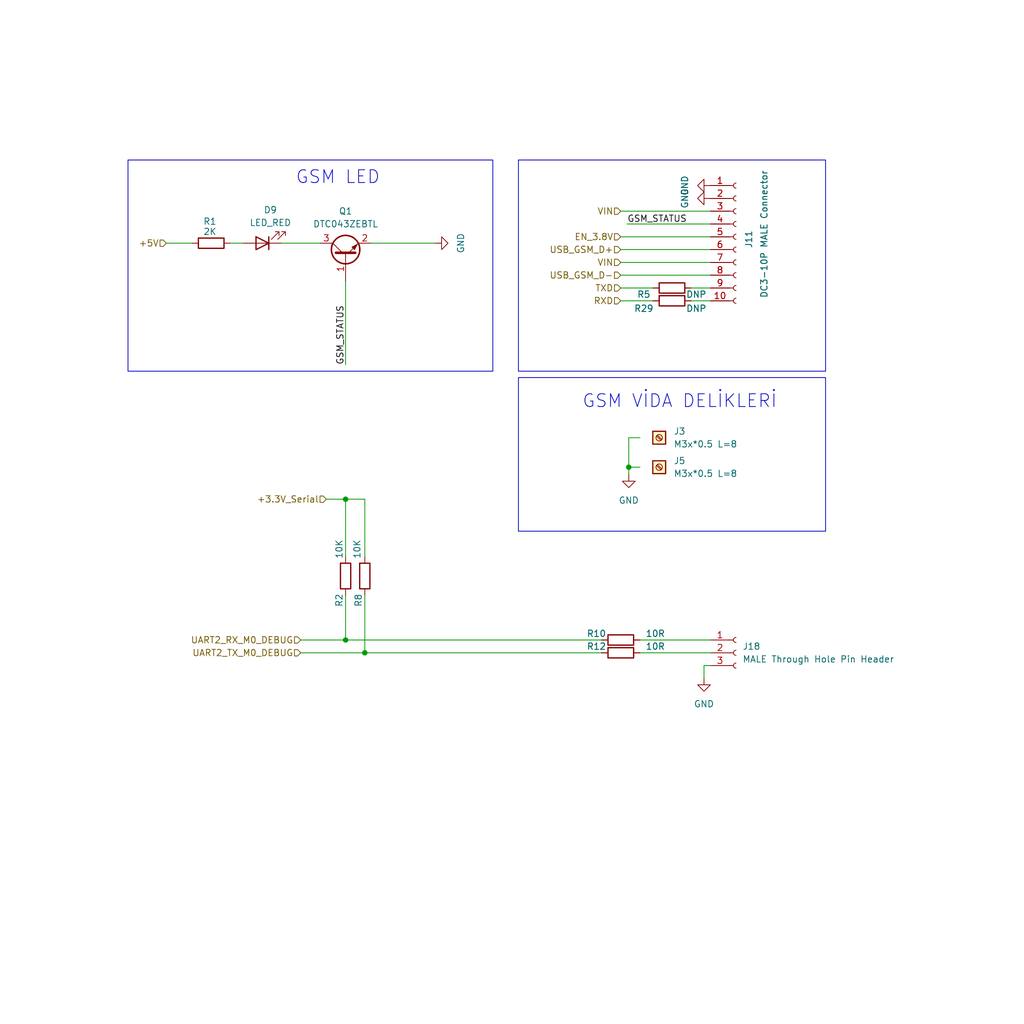
<source format=kicad_sch>
(kicad_sch (version 20231120) (generator "eeschema") (generator_version "8.0")
  (paper "User" 203.2 203.2)
  (lib_symbols
    (symbol "Connector:Conn_01x03_Socket" (pin_names (offset 1.016) hide)
      (property "Reference" "J" (at 0 5.08 0))
      (property "Value" "Conn_01x03_Socket" (at 0 -5.08 0))
      (symbol "Conn_01x03_Socket_1_1"
        (arc (start 0 -2.032) (mid -0.5058 -2.54) (end 0 -3.048) (stroke (width 0.1524)))
        (polyline (pts (xy -1.27 -2.54) (xy -0.508 -2.54)) (stroke (width 0.1524)))
        (polyline (pts (xy -1.27 0) (xy -0.508 0)) (stroke (width 0.1524)))
        (polyline (pts (xy -1.27 2.54) (xy -0.508 2.54)) (stroke (width 0.1524)))
        (arc (start 0 0.508) (mid -0.5058 0) (end 0 -0.508) (stroke (width 0.1524)))
        (arc (start 0 3.048) (mid -0.5058 2.54) (end 0 2.032) (stroke (width 0.1524)))
        (pin passive line (at -5.08 2.54 0) (length 3.81) (name "Pin_1") (number "1"))
        (pin passive line (at -5.08 0 0) (length 3.81) (name "Pin_2") (number "2"))
        (pin passive line (at -5.08 -2.54 0) (length 3.81) (name "Pin_3") (number "3"))
      )
    )
    (symbol "Connector:Conn_01x10_Socket" (pin_names (offset 1.016) hide)
      (property "Reference" "J" (at 0 12.7 0))
      (property "Value" "Conn_01x10_Socket" (at 0 -15.24 0))
      (symbol "Conn_01x10_Socket_1_1"
        (arc (start 0 -12.192) (mid -0.5058 -12.7) (end 0 -13.208) (stroke (width 0.1524)))
        (arc (start 0 -9.652) (mid -0.5058 -10.16) (end 0 -10.668) (stroke (width 0.1524)))
        (arc (start 0 -7.112) (mid -0.5058 -7.62) (end 0 -8.128) (stroke (width 0.1524)))
        (arc (start 0 -4.572) (mid -0.5058 -5.08) (end 0 -5.588) (stroke (width 0.1524)))
        (arc (start 0 -2.032) (mid -0.5058 -2.54) (end 0 -3.048) (stroke (width 0.1524)))
        (polyline (pts (xy -1.27 -12.7) (xy -0.508 -12.7)) (stroke (width 0.1524)))
        (polyline (pts (xy -1.27 -10.16) (xy -0.508 -10.16)) (stroke (width 0.1524)))
        (polyline (pts (xy -1.27 -7.62) (xy -0.508 -7.62)) (stroke (width 0.1524)))
        (polyline (pts (xy -1.27 -5.08) (xy -0.508 -5.08)) (stroke (width 0.1524)))
        (polyline (pts (xy -1.27 -2.54) (xy -0.508 -2.54)) (stroke (width 0.1524)))
        (polyline (pts (xy -1.27 0) (xy -0.508 0)) (stroke (width 0.1524)))
        (polyline (pts (xy -1.27 2.54) (xy -0.508 2.54)) (stroke (width 0.1524)))
        (polyline (pts (xy -1.27 5.08) (xy -0.508 5.08)) (stroke (width 0.1524)))
        (polyline (pts (xy -1.27 7.62) (xy -0.508 7.62)) (stroke (width 0.1524)))
        (polyline (pts (xy -1.27 10.16) (xy -0.508 10.16)) (stroke (width 0.1524)))
        (arc (start 0 0.508) (mid -0.5058 0) (end 0 -0.508) (stroke (width 0.1524)))
        (arc (start 0 3.048) (mid -0.5058 2.54) (end 0 2.032) (stroke (width 0.1524)))
        (arc (start 0 5.588) (mid -0.5058 5.08) (end 0 4.572) (stroke (width 0.1524)))
        (arc (start 0 8.128) (mid -0.5058 7.62) (end 0 7.112) (stroke (width 0.1524)))
        (arc (start 0 10.668) (mid -0.5058 10.16) (end 0 9.652) (stroke (width 0.1524)))
        (pin passive line (at -5.08 10.16 0) (length 3.81) (name "Pin_1") (number "1"))
        (pin passive line (at -5.08 -12.7 0) (length 3.81) (name "Pin_10") (number "10"))
        (pin passive line (at -5.08 7.62 0) (length 3.81) (name "Pin_2") (number "2"))
        (pin passive line (at -5.08 5.08 0) (length 3.81) (name "Pin_3") (number "3"))
        (pin passive line (at -5.08 2.54 0) (length 3.81) (name "Pin_4") (number "4"))
        (pin passive line (at -5.08 0 0) (length 3.81) (name "Pin_5") (number "5"))
        (pin passive line (at -5.08 -2.54 0) (length 3.81) (name "Pin_6") (number "6"))
        (pin passive line (at -5.08 -5.08 0) (length 3.81) (name "Pin_7") (number "7"))
        (pin passive line (at -5.08 -7.62 0) (length 3.81) (name "Pin_8") (number "8"))
        (pin passive line (at -5.08 -10.16 0) (length 3.81) (name "Pin_9") (number "9"))
      )
    )
    (symbol "Connector:Screw_Terminal_01x01" (pin_names (offset 1.016) hide)
      (property "Reference" "J15" (at 2.54 1.27 0))
      (property "Value" "DNP" (at 2.54 -1.27 0))
      (symbol "Screw_Terminal_01x01_1_1"
        (rectangle (start -1.27 1.27) (end 1.27 -1.27) (stroke (width 0.254)) (fill (type background)))
        (polyline (pts (xy -0.5334 0.3302) (xy 0.3302 -0.508)) (stroke (width 0.1524)))
        (polyline (pts (xy -0.3556 0.508) (xy 0.508 -0.3302)) (stroke (width 0.1524)))
        (circle (center 0 0) (radius 0.635) (stroke (width 0.1524)))
      )
    )
    (symbol "Device:LED" (pin_numbers hide) (pin_names (offset 1.016) hide)
      (property "Reference" "D" (at 0 2.54 0))
      (property "Value" "LED" (at 0 -2.54 0))
      (symbol "LED_0_1"
        (polyline (pts (xy -1.27 -1.27) (xy -1.27 1.27)) (stroke (width 0.254)))
        (polyline (pts (xy -1.27 0) (xy 1.27 0)))
        (polyline (pts (xy 1.27 -1.27) (xy 1.27 1.27) (xy -1.27 0) (xy 1.27 -1.27)) (stroke (width 0.254)))
        (polyline (pts (xy -3.048 -0.762) (xy -4.572 -2.286) (xy -3.81 -2.286) (xy -4.572 -2.286) (xy -4.572 -1.524)))
        (polyline (pts (xy -1.778 -0.762) (xy -3.302 -2.286) (xy -2.54 -2.286) (xy -3.302 -2.286) (xy -3.302 -1.524)))
      )
      (symbol "LED_1_1"
        (pin passive line (at -3.81 0 0) (length 2.54) (name "K") (number "1"))
        (pin passive line (at 3.81 0 180) (length 2.54) (name "A") (number "2"))
      )
    )
    (symbol "Device:R" (pin_numbers hide) (pin_names (offset 0))
      (property "Reference" "R" (at 2.032 0 90))
      (property "Value" "R" (at 0 0 90))
      (symbol "R_0_1"
        (rectangle (start -1.016 -2.54) (end 1.016 2.54) (stroke (width 0.254)))
      )
      (symbol "R_1_1"
        (pin passive line (at 0 3.81 270) (length 1.27) (name "~") (number "1"))
        (pin passive line (at 0 -3.81 90) (length 1.27) (name "~") (number "2"))
      )
    )
    (symbol "Screw_Terminal_01x01_1" (pin_names (offset 1.016) hide)
      (property "Reference" "J8" (at 2.54 1.2701 0))
      (property "Value" "M3x*0.5 L=8" (at 2.54 -1.2699 0))
      (symbol "Screw_Terminal_01x01_1_1_1"
        (rectangle (start -1.27 1.27) (end 1.27 -1.27) (stroke (width 0.254)) (fill (type background)))
        (polyline (pts (xy -0.5334 0.3302) (xy 0.3302 -0.508)) (stroke (width 0.1524)))
        (polyline (pts (xy -0.3556 0.508) (xy 0.508 -0.3302)) (stroke (width 0.1524)))
        (circle (center 0 0) (radius 0.635) (stroke (width 0.1524)))
      )
    )
    (symbol "Transistor_BJT:2SC1945" (pin_names (offset 0) hide)
      (property "Reference" "Q" (at 5.08 1.905 0))
      (property "Value" "2SC1945" (at 5.08 0 0))
      (symbol "2SC1945_0_1"
        (polyline (pts (xy 0 0) (xy 0.635 0)))
        (polyline (pts (xy 2.54 2.54) (xy 0.635 0.635)))
        (polyline (pts (xy 0.635 1.905) (xy 0.635 -1.905) (xy 0.635 -1.905)) (stroke (width 0.508)))
        (polyline (pts (xy 2.286 -2.286) (xy 1.778 -1.778) (xy 1.778 -1.778)))
        (polyline (pts (xy 2.54 -2.54) (xy 0.635 -0.635) (xy 1.27 -1.27)) (fill (type outline)))
        (polyline (pts (xy 1.27 -1.778) (xy 1.778 -1.27) (xy 2.286 -2.286) (xy 1.27 -1.778) (xy 1.27 -1.778)) (fill (type outline)))
        (circle (center 1.27 0) (radius 2.8194) (stroke (width 0.3048)))
      )
      (symbol "2SC1945_1_1"
        (pin input line (at -5.08 0 0) (length 5.08) (name "B") (number "1"))
        (pin passive line (at 2.54 -5.08 90) (length 2.54) (name "E") (number "2"))
        (pin passive line (at 2.54 5.08 270) (length 2.54) (name "C") (number "3"))
      )
    )
    (symbol "power:GND" (power) (pin_names (offset 0))
      (property "Value" "GND" (at 0 -3.81 0))
      (symbol "GND_0_1"
        (polyline (pts (xy 0 0) (xy 0 -1.27) (xy 1.27 -1.27) (xy 0 -2.54) (xy -1.27 -1.27) (xy 0 -1.27)))
      )
      (symbol "GND_1_1"
        (pin power_in line (at 0 0 270) (length 0) hide (name "GND") (number "1"))
      )
    )
  )
  (junction (at 68.58 127))
  (junction (at 72.39 129.54))
  (junction (at 68.58 99.06))
  (junction (at 124.7715 92.71))
  (wire (pts (xy 137.16 59.69) (xy 140.97 59.69)))
  (wire (pts (xy 68.58 127) (xy 119.38 127)))
  (wire (pts (xy 55.88 48.26) (xy 63.5 48.26)))
  (wire (pts (xy 72.39 110.49) (xy 72.39 99.06)))
  (wire (pts (xy 45.72 48.26) (xy 48.26 48.26)))
  (wire (pts (xy 124.46 44.45) (xy 140.97 44.45)))
  (wire (pts (xy 68.58 118.11) (xy 68.58 127)))
  (wire (pts (xy 124.7715 92.71) (xy 127 92.71)))
  (wire (pts (xy 33.02 48.26) (xy 38.1 48.26)))
  (wire (pts (xy 123.19 49.53) (xy 140.97 49.53)))
  (wire (pts (xy 72.39 99.06) (xy 68.58 99.06)))
  (wire (pts (xy 64.77 99.06) (xy 68.58 99.06)))
  (wire (pts (xy 68.58 99.06) (xy 68.58 110.49)))
  (wire (pts (xy 123.19 54.61) (xy 140.97 54.61)))
  (wire (pts (xy 59.69 127) (xy 68.58 127)))
  (wire (pts (xy 73.66 48.26) (xy 86.36 48.26)))
  (wire (pts (xy 123.19 57.15) (xy 129.54 57.15)))
  (wire (pts (xy 139.7 132.08) (xy 139.7 134.62)))
  (wire (pts (xy 68.58 72.39) (xy 68.58 55.88)))
  (wire (pts (xy 140.97 132.08) (xy 139.7 132.08)))
  (wire (pts (xy 72.39 118.11) (xy 72.39 129.54)))
  (wire (pts (xy 124.7715 86.8598) (xy 127 86.8598)))
  (wire (pts (xy 127 129.54) (xy 140.97 129.54)))
  (wire (pts (xy 127 127) (xy 140.97 127)))
  (wire (pts (xy 124.7715 92.71) (xy 124.7715 86.8598)))
  (wire (pts (xy 137.16 57.15) (xy 140.97 57.15)))
  (wire (pts (xy 123.19 52.07) (xy 140.97 52.07)))
  (wire (pts (xy 59.69 129.54) (xy 72.39 129.54)))
  (wire (pts (xy 123.19 46.99) (xy 140.97 46.99)))
  (wire (pts (xy 72.39 129.54) (xy 119.38 129.54)))
  (wire (pts (xy 124.7715 94.213) (xy 124.7715 92.71)))
  (wire (pts (xy 123.19 59.69) (xy 129.54 59.69)))
  (wire (pts (xy 123.19 41.91) (xy 140.97 41.91)))
  (rectangle (start 102.87 74.93) (end 163.83 105.41))
  (rectangle (start 25.4 31.75) (end 97.79 73.66))
  (rectangle (start 102.87 31.75) (end 163.83 73.66))
  (text "GSM VİDA DELİKLERİ\n" (at 134.874 79.756 0) (effects (font (size 2.54 2.54))))
  (text "GSM LED" (at 67.056 35.306 0) (effects (font (size 2.54 2.54))))
  (label "GSM_STATUS" (at 124.46 44.45 0))
  (label "GSM_STATUS" (at 68.58 72.39 90))
  (hierarchical_label "RXD" (shape input) (at 123.19 59.69 180))
  (hierarchical_label "+3.3V_Serial" (shape input) (at 64.77 99.06 180))
  (hierarchical_label "VIN" (shape input) (at 123.19 41.91 180))
  (hierarchical_label "EN_3.8V" (shape input) (at 123.19 46.99 180))
  (hierarchical_label "TXD" (shape input) (at 123.19 57.15 180))
  (hierarchical_label "USB_GSM_D+" (shape input) (at 123.19 49.53 180))
  (hierarchical_label "USB_GSM_D-" (shape input) (at 123.19 54.61 180))
  (hierarchical_label "UART2_RX_M0_DEBUG" (shape input) (at 59.69 127 180))
  (hierarchical_label "VIN" (shape input) (at 123.19 52.07 180))
  (hierarchical_label "UART2_TX_M0_DEBUG" (shape input) (at 59.69 129.54 180))
  (hierarchical_label "+5V" (shape input) (at 33.02 48.26 180))
  (symbol (lib_id "power:GND") (at 86.36 48.26 90) (unit 1)
    (property "Reference" "#PWR025" (effects (hide yes)))
    (property "Value" "GND" (at 91.44 48.26 0))
  )
  (symbol (lib_id "Connector:Conn_01x10_Socket") (at 146.05 46.99 0) (unit 1)
    (property "Reference" "J11" (at 148.59 49.276 90) (effects (justify left)))
    (property "Value" "DC3-10P MALE Connector" (at 151.638 59.182 90) (effects (justify left)))
    (property "Footprint" "Footprint Library:GSM connector" (effects (hide yes)))
    (property "Description" "Generic connector, single row, 01x10, script generated" (effects (hide yes)))
    (property "MPN" "DC3-10P MALE Connector" (effects (hide yes)))
  )
  (symbol (lib_id "Connector:Conn_01x03_Socket") (at 146.05 129.54 0) (unit 1)
    (property "Reference" "J18" (at 147.32 128.2699 0) (effects (justify left)))
    (property "Value" "MALE Through Hole Pin Header " (at 147.32 130.8099 0) (effects (justify left)))
    (property "Footprint" "Connector_PinHeader_2.00mm:PinHeader_1x03_P2.00mm_Vertical" (effects (hide yes)))
    (property "Description" "Generic connector, single row, 01x03, script generated" (effects (hide yes)))
    (property "MPN" "2.0mm 1*3p" (effects (hide yes)))
  )
  (symbol (lib_id "Device:R") (at 133.35 59.69 270) (unit 1)
    (property "Reference" "R29" (at 127.762 61.214 90))
    (property "Value" "DNP" (at 138.176 61.214 90))
    (property "Footprint" "Resistor_SMD:R_0603_1608Metric" (effects (hide yes)))
  )
  (symbol (lib_name "Screw_Terminal_01x01_1") (lib_id "Connector:Screw_Terminal_01x01") (at 130.81 92.71 0) (unit 1)
    (property "Reference" "J5" (at 133.6615 91.4399 0) (effects (justify left)))
    (property "Value" "M3x*0.5 L=8" (at 133.6615 93.9799 0) (effects (justify left)))
    (property "Footprint" "Footprint Library:Screw Terminal Shinbo" (effects (hide yes)))
    (property "Description" "Board mounting elevator    M3 hole size, 4 pins PCB-64-M3" (effects (hide yes)))
    (property "MPN" "SMTSO-M3-8ET" (effects (hide yes)))
  )
  (symbol (lib_id "Device:R") (at 123.19 127 270) (unit 1)
    (property "Reference" "R10" (at 118.364 125.73 90))
    (property "Value" "10R" (at 130.048 125.73 90))
    (property "Footprint" "Resistor_SMD:R_0402_1005Metric" (effects (hide yes)))
    (property "Description" "Resistor" (effects (hide yes)))
  )
  (symbol (lib_id "Device:R") (at 41.91 48.26 270) (unit 1)
    (property "Reference" "R1" (at 41.656 43.942 90))
    (property "Value" "2K" (at 41.656 45.974 90))
    (property "Footprint" "Resistor_SMD:R_0603_1608Metric" (effects (hide yes)))
  )
  (symbol (lib_id "Device:R") (at 68.58 114.3 0) (unit 1)
    (property "Reference" "R2" (at 67.31 119.126 90))
    (property "Value" "10K" (at 67.31 108.966 90))
    (property "Footprint" "Resistor_SMD:R_0402_1005Metric" (effects (hide yes)))
    (property "Description" "Resistor" (effects (hide yes)))
  )
  (symbol (lib_id "Transistor_BJT:2SC1945") (at 68.58 50.8 90) (unit 1)
    (property "Reference" "Q1" (at 68.58 41.91 90))
    (property "Value" "DTC043ZEBTL" (at 68.58 44.45 90))
    (property "Footprint" "Package_TO_SOT_SMD:SOT-416" (effects (hide yes)))
    (property "MPN" "DTC043ZEBTL" (effects (hide yes)))
  )
  (symbol (lib_id "Connector:Screw_Terminal_01x01") (at 130.81 86.8598 0) (unit 1)
    (property "Reference" "J3" (at 133.6615 85.5897 0) (effects (justify left)))
    (property "Value" "M3x*0.5 L=8" (at 133.6615 88.1297 0) (effects (justify left)))
    (property "Footprint" "Footprint Library:Screw Terminal Shinbo" (effects (hide yes)))
    (property "Description" "Board mounting elevator    M3 hole size, 4 pins PCB-64-M3" (effects (hide yes)))
    (property "MPN" "SMTSO-M3-8ET" (effects (hide yes)))
  )
  (symbol (lib_id "power:GND") (at 124.7715 94.213 0) (unit 1)
    (property "Reference" "#PWR041" (effects (hide yes)))
    (property "Value" "GND" (at 124.7715 99.293 0))
  )
  (symbol (lib_id "power:GND") (at 140.97 36.83 270) (unit 1)
    (property "Reference" "#PWR042" (effects (hide yes)))
    (property "Value" "GND" (at 135.89 36.83 0))
  )
  (symbol (lib_id "power:GND") (at 140.97 39.37 270) (unit 1)
    (property "Reference" "#PWR049" (effects (hide yes)))
    (property "Value" "GND" (at 135.89 39.37 0))
  )
  (symbol (lib_id "Device:R") (at 133.35 57.15 270) (unit 1)
    (property "Reference" "R5" (at 127.762 58.42 90))
    (property "Value" "DNP" (at 138.176 58.42 90))
    (property "Footprint" "Resistor_SMD:R_0603_1608Metric" (effects (hide yes)))
  )
  (symbol (lib_id "power:GND") (at 139.7 134.62 0) (unit 1)
    (property "Reference" "#PWR02" (effects (hide yes)))
    (property "Value" "GND" (at 139.7 139.7 0))
  )
  (symbol (lib_id "Device:R") (at 123.19 129.54 270) (unit 1)
    (property "Reference" "R12" (at 118.364 128.27 90))
    (property "Value" "10R" (at 130.048 128.27 90))
    (property "Footprint" "Resistor_SMD:R_0402_1005Metric" (effects (hide yes)))
    (property "Description" "Resistor" (effects (hide yes)))
  )
  (symbol (lib_id "Device:R") (at 72.39 114.3 0) (unit 1)
    (property "Reference" "R8" (at 71.12 119.126 90))
    (property "Value" "10K" (at 70.866 108.966 90))
    (property "Footprint" "Resistor_SMD:R_0402_1005Metric" (effects (hide yes)))
    (property "Description" "Resistor" (effects (hide yes)))
  )
  (symbol (lib_id "Device:LED") (at 52.07 48.26 180) (unit 1)
    (property "Reference" "D9" (at 53.6575 41.656 0))
    (property "Value" "LED_RED" (at 53.6575 44.196 0))
    (property "Footprint" "LED_SMD:LED_0603_1608Metric" (effects (hide yes)))
    (property "Description" "Light emitting diode" (effects (hide yes)))
    (property "MPN" "0603 翠绿色 LED" (effects (hide yes)))
  )
)
</source>
